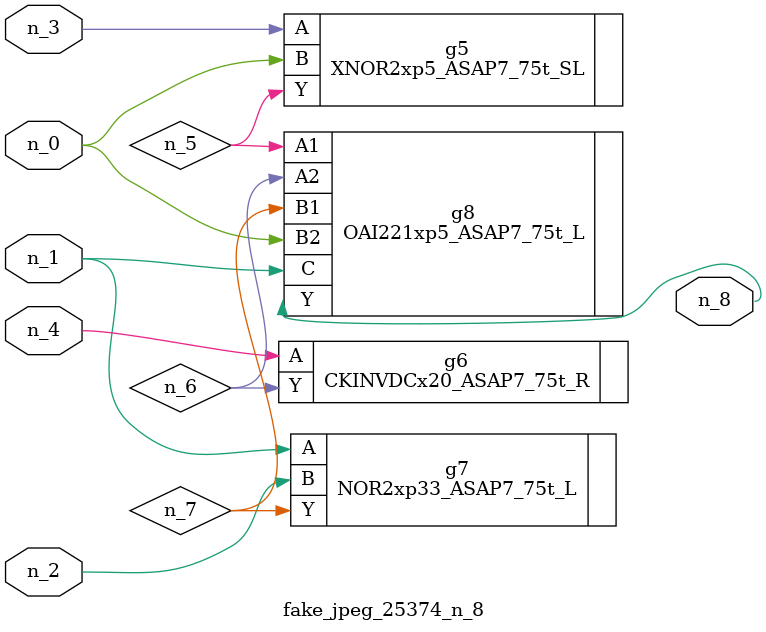
<source format=v>
module fake_jpeg_25374_n_8 (n_3, n_2, n_1, n_0, n_4, n_8);

input n_3;
input n_2;
input n_1;
input n_0;
input n_4;

output n_8;

wire n_6;
wire n_5;
wire n_7;

XNOR2xp5_ASAP7_75t_SL g5 ( 
.A(n_3),
.B(n_0),
.Y(n_5)
);

CKINVDCx20_ASAP7_75t_R g6 ( 
.A(n_4),
.Y(n_6)
);

NOR2xp33_ASAP7_75t_L g7 ( 
.A(n_1),
.B(n_2),
.Y(n_7)
);

OAI221xp5_ASAP7_75t_L g8 ( 
.A1(n_5),
.A2(n_6),
.B1(n_7),
.B2(n_0),
.C(n_1),
.Y(n_8)
);


endmodule
</source>
